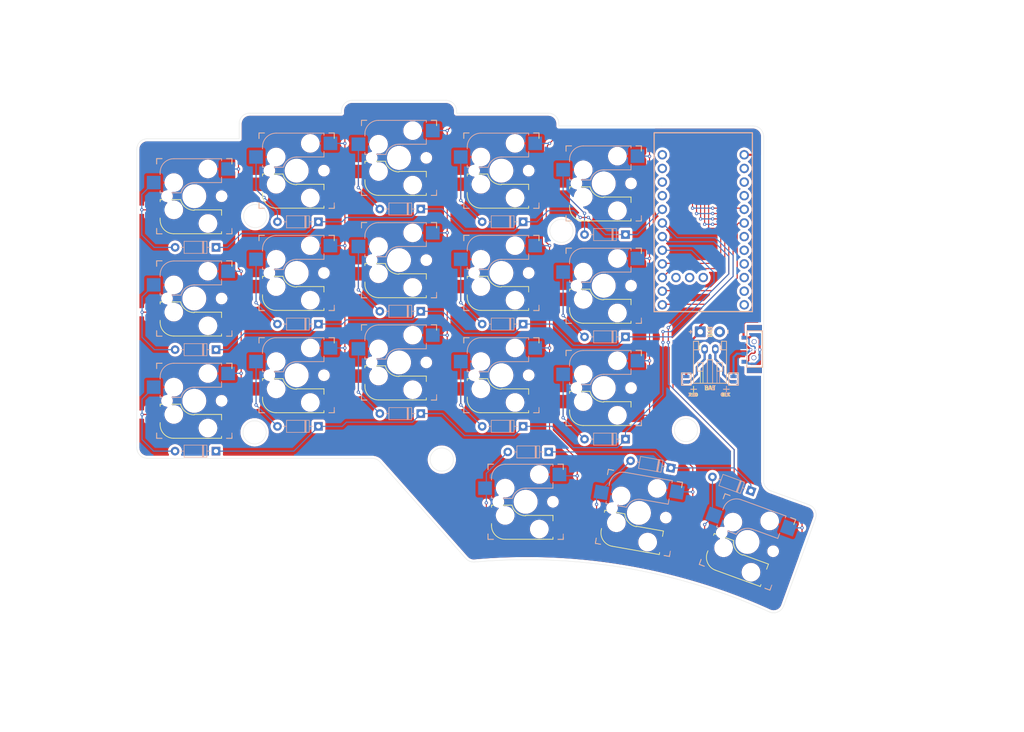
<source format=kicad_pcb>
(kicad_pcb (version 20240108) (generator "pcbnew") (generator_version "8.0")
  (layers (0 "F.Cu" signal) (31 "B.Cu" signal) (34 "B.Paste" user) (35 "F.Paste" user) (36 "B.SilkS" user "B.Silkscreen") (37 "F.SilkS" user "F.Silkscreen") (38 "B.Mask" user) (39 "F.Mask" user) (44 "Edge.Cuts" user))
  (net 0 "")
  (net 1 "Row 0")
  (net 2 "Row 1")
  (net 3 "Row 2")
  (net 4 "Row 3")
  (net 5 "Col 0")
  (net 6 "Col 1")
  (net 7 "Col 2")
  (net 8 "Col 3")
  (net 9 "Col 4")
  (net 24 "BAT+")
  (net 25 "Col 5")
  (net 26 "Net-(D1-A)")
  (net 27 "Net-(D2-A)")
  (net 28 "Net-(D3-A)")
  (net 29 "Net-(D4-A)")
  (net 30 "Net-(D5-A)")
  (net 31 "Net-(D6-A)")
  (net 32 "Net-(D7-A)")
  (net 33 "Net-(D8-A)")
  (net 34 "Net-(D9-A)")
  (net 35 "Net-(D10-A)")
  (net 36 "Net-(D11-A)")
  (net 37 "Net-(D12-A)")
  (net 38 "Net-(D13-A)")
  (net 39 "Net-(D14-A)")
  (net 40 "Net-(D15-A)")
  (net 41 "Net-(D17-A)")
  (net 42 "Net-(D18-A)")
  (net 45 "Net-(D16-A)")
  (net 46 "/PSW")
  (net 47 "GND")
  (net 48 "/PAD1")
  (net 49 "/PAD2")
  (footprint "ScottoKeebs_Hotswap:Kailh_socket_MX_reversible" (layer "F.Cu") (at 82.657288 66.246782)
    (property "Reference" "S1" (hide yes))
    (property "Value" "Keyswitch")
  )
  (footprint "ScottoKeebs_Hotswap:Kailh_socket_MX_reversible" (layer "F.Cu") (at 120.757288 97.203032)
    (property "Reference" "S13" (hide yes))
    (property "Value" "Keyswitch")
  )
  (footprint "ScottoKeebs_Hotswap:Kailh_socket_MX_reversible" (layer "F.Cu") (at 139.807288 61.484282)
    (property "Reference" "S4" (hide yes))
    (property "Value" "Keyswitch")
  )
  (footprint "ScottoKeebs_Hotswap:Kailh_socket_MX_reversible" (layer "F.Cu") (at 185.61176 130.633238 -20)
    (property "Reference" "S18" (hide yes))
    (property "Value" "Keyswitch")
  )
  (footprint "ScottoKeebs_Hotswap:Kailh_socket_MX_reversible" (layer "F.Cu") (at 158.857288 82.915532)
    (property "Reference" "S10" (hide yes))
    (property "Value" "Keyswitch")
  )
  (footprint "ScottoKeebs_MCU:Nice_Nano_V2" (layer "F.Cu") (at 177.382288 72.221782)
    (property "Reference" "U1" (hide yes))
    (property "Value" "Nice_Nano_V2" (hide yes))
  )
  (footprint "ScottoKeebs_Hotswap:Kailh_socket_MX_reversible" (layer "F.Cu") (at 82.657288 104.346782)
    (property "Reference" "S11" (hide yes))
    (property "Value" "Keyswitch")
  )
  (footprint "ScottoKeebs_Hotswap:Kailh_socket_MX_reversible" (layer "F.Cu") (at 101.707288 99.584282)
    (property "Reference" "S12" (hide yes))
    (property "Value" "Keyswitch")
  )
  (footprint "ScottoKeebs_Hotswap:Kailh_socket_MX_reversible" (layer "F.Cu") (at 101.707288 80.534282)
    (property "Reference" "S7" (hide yes))
    (property "Value" "Keyswitch")
  )
  (footprint "ScottoKeebs_Hotswap:Kailh_socket_MX_reversible" (layer "F.Cu") (at 139.807288 99.584282)
    (property "Reference" "S14" (hide yes))
    (property "Value" "Keyswitch")
  )
  (footprint "ScottoKeebs_Miscellaneous:Jumper" (layer "F.Cu") (at 183.011718 100.302542 90)
    (property "Reference" "JP2" (hide yes))
    (property "Value" "Device_Jumper_NO_Small" (hide yes))
  )
  (footprint "ScottoKeebs_Hotswap:Kailh_socket_MX_reversible" (layer "F.Cu") (at 120.757288 59.103032)
    (property "Reference" "S3" (hide yes))
    (property "Value" "Keyswitch")
  )
  (footprint "ScottoKeebs_Hotswap:Kailh_socket_MX_reversible" (layer "F.Cu") (at 120.757288 78.153032)
    (property "Reference" "S8" (hide yes))
    (property "Value" "Keyswitch")
  )
  (footprint "ScottoKeebs_Hotswap:Kailh_socket_MX_reversible" (layer "F.Cu") (at 101.707288 61.484282)
    (property "Reference" "S2" (hide yes))
    (property "Value" "Keyswitch")
  )
  (footprint "fp:MSK12C02_reversible" (layer "F.Cu") (at 188.201718 98.582922 180)
    (property "Reference" "PSW1" (hide yes))
    (property "Value" "SW_SPDT")
  )
  (footprint "ScottoKeebs_Hotswap:Kailh_socket_MX_reversible" (layer "F.Cu") (at 165.407569 125.219852 -10)
    (property "Reference" "S17" (hide yes))
    (property "Value" "Keyswitch")
  )
  (footprint "ScottoKeebs_Hotswap:Kailh_socket_MX_reversible" (layer "F.Cu") (at 82.657288 85.296782)
    (property "Reference" "S6" (hide yes))
    (property "Value" "Keyswitch")
  )
  (footprint "fp:JST_PH_reversible" (layer "F.Cu") (at 177.632288 94.721782)
    (property "Reference" "BT1" (hide yes))
    (property "Value" "JST Connector")
  )
  (footprint "ScottoKeebs_Miscellaneous:custombatteryconnector_small" (layer "F.Cu") (at 178.621718 91.492922)
    (property "Reference" "BT1" (hide yes))
    (property "Value" "Battery_Cell" (hide yes))
  )
  (footprint "ScottoKeebs_Hotswap:Kailh_socket_MX_reversible" (layer "F.Cu") (at 139.807288 80.534282)
    (property "Reference" "S9" (hide yes))
    (property "Value" "Keyswitch")
  )
  (footprint "ScottoKeebs_Hotswap:Kailh_socket_MX_reversible" (layer "F.Cu") (at 158.857288 63.865532)
    (property "Reference" "S5" (hide yes))
    (property "Value" "Keyswitch")
  )
  (footprint "ScottoKeebs_Miscellaneous:Jumper" (layer "F.Cu") (at 174.221718 100.312542 90)
    (property "Reference" "JP3" (hide yes))
    (property "Value" "Device_Jumper_NO_Small" (hide yes))
  )
  (footprint "ScottoKeebs_Hotswap:Kailh_socket_MX_reversible" (layer "F.Cu") (at 144.326038 123.153032)
    (property "Reference" "S16" (hide yes))
    (property "Value" "Keyswitch")
  )
  (footprint "ScottoKeebs_Hotswap:Kailh_socket_MX_reversible" (layer "F.Cu") (at 158.857288 101.965532)
    (property "Reference" "S15" (hide yes))
    (property "Value" "Keyswitch")
  )
  (footprint "ScottoKeebs_Components:Diode_DO-35" (layer "B.Cu") (at 143.855413 71.009282 180)
    (property "Reference" "D4" (hide yes))
    (property "Value" "Diode")
  )
  (footprint "ScottoKeebs_Components:Diode_DO-35" (layer "B.Cu") (at 124.805413 106.728032 180)
    (property "Reference" "D13" (hide yes))
    (property "Value" "Diode")
  )
  (footprint "ScottoKeebs_Components:Diode_DO-35" (layer "B.Cu") (at 162.905413 92.440532 180)
    (property "Reference" "D10" (hide yes))
    (property "Value" "Diode")
  )
  (footprint "ScottoKeebs_Components:Diode_DO-35" (layer "B.Cu") (at 105.755413 71.009282 180)
    (property "Reference" "D2" (hide yes))
    (property "Value" "Diode")
  )
  (footprint "ScottoKeebs_Components:Diode_DO-35" (layer "B.Cu") (at 186.250017 121.128003 160)
    (property "Reference" "D18" (hide yes))
    (property "Value" "Diode")
  )
  (footprint "ScottoKeebs_Components:Diode_DO-35" (layer "B.Cu") (at 86.692288 113.721782 180)
    (property "Reference" "D11" (hide yes))
    (property "Value" "Diode")
  )
  (footprint "ScottoKeebs_Components:Diode_DO-35" (layer "B.Cu") (at 86.705413 94.821782 180)
    (property "Reference" "D6" (hide yes))
    (property "Value" "Diode")
  )
  (footprint "ScottoKeebs_Components:Diode_DO-35" (layer "B.Cu") (at 124.805413 87.678032 180)
    (property "Reference" "D8" (hide yes))
    (property "Value" "Diode")
  )
  (footprint "ScottoKeebs_Components:Diode_DO-35" (layer "B.Cu") (at 162.905413 73.390532 180)
    (property "Reference" "D5" (hide yes))
    (property "Value" "Diode")
  )
  (footprint "ScottoKeebs_Miscellaneous:Jumper" (layer "B.Cu") (at 174.221718 100.312542 90)
    (property "Reference" "JP4" (hide yes))
    (property "Value" "Device_Jumper_NO_Small" (hide yes))
  )
  (footprint "ScottoKeebs_Components:Diode_DO-35" (layer "B.Cu") (at 171.358933 116.848395 170)
    (property "Reference" "D17" (hide yes))
    (property "Value" "Diode")
  )
  (footprint "ScottoKeebs_Components:Diode_DO-35" (layer "B.Cu") (at 86.705413 75.771782 180)
    (property "Reference" "D1" (hide yes))
    (property "Value" "Diode")
  )
  (footprint "ScottoKeebs_Components:Diode_DO-35" (layer "B.Cu") (at 105.755413 109.109282 180)
    (property "Reference" "D12" (hide yes))
    (property "Value" "Diode")
  )
  (footprint "ScottoKeebs_Components:Diode_DO-35" (layer "B.Cu") (at 148.622288 113.871782 180)
    (property "Reference" "D16" (hide yes))
    (property "Value" "Diode")
  )
  (footprint "ScottoKeebs_Miscellaneous:Jumper" (layer "B.Cu") (at 183.011718 100.302542 90)
    (property "Reference" "JP1" (hide yes))
    (property "Value" "Device_Jumper_NO_Small" (hide yes))
  )
  (footprint "ScottoKeebs_Components:Diode_DO-35" (layer "B.Cu") (at 143.855413 109.109282 180)
    (property "Reference" "D14" (hide yes))
    (property "Value" "Diode")
  )
  (footprint "ScottoKeebs_Components:Diode_DO-35" (layer "B.Cu") (at 143.855413 90.059282 180)
    (property "Reference" "D9" (hide yes))
    (property "Value" "Diode")
  )
  (footprint "ScottoKeebs_Components:Diode_DO-35" (layer "B.Cu") (at 162.905413 111.490532 180)
    (property "Reference" "D15" (hide yes))
    (property "Value" "Diode")
  )
  (footprint "ScottoKeebs_Components:Diode_DO-35" (layer "B.Cu") (at 105.755413 90.059282 180)
    (property "Reference" "D7" (hide yes))
    (property "Value" "Diode")
  )
  (footprint "ScottoKeebs_Components:Diode_DO-35" (layer "B.Cu") (at 124.805413 68.628032 180)
    (property "Reference" "D3" (hide yes))
    (property "Value" "Diode")
  )
  (gr_line (start 181.971718 91.187922) (end 181.971718 91.772922) (stroke (width 0.15)) (layer "B.SilkS"))
  (gr_line (start 181.683218 102.690922) (end 181.683218 101.621922) (stroke (width 0.15)) (layer "B.SilkS"))
  (gr_line (start 175.046718 91.197922) (end 175.046718 91.782922) (stroke (width 0.15)) (layer "B.SilkS"))
  (gr_line (start 176.123718 102.184922) (end 175.054718 102.184922) (stroke (width 0.15)) (layer "B.SilkS"))
  (gr_line (start 175.340218 91.491922) (end 174.755218 91.491922) (stroke (width 0.15)) (layer "B.SilkS"))
  (gr_line (start 182.206218 102.172922) (end 181.137218 102.172922) (stroke (width 0.15)) (layer "B.SilkS"))
  (gr_line (start 176.127718 102.191922) (end 175.058718 102.191922) (stroke (width 0.15)) (layer "F.SilkS"))
  (gr_line (start 175.046718 91.197922) (end 175.046718 91.782922) (stroke (width 0.15)) (layer "F.SilkS"))
  (gr_line (start 182.212218 102.172922) (end 181.143218 102.172922) (stroke (width 0.15)) (layer "F.SilkS"))
  (gr_line (start 175.581718 101.640922) (end 175.581718 102.709922) (stroke (width 0.15)) (layer "F.SilkS"))
  (gr_line (start 174.755218 91.488922) (end 175.340218 91.488922) (stroke (width 0.15)) (layer "F.SilkS"))
  (gr_line (start 181.971718 91.187922) (end 181.971718 91.772922) (stroke (width 0.15)) (layer "F.SilkS"))
  (gr_arc (start 90.991663 52.768657) (mid 91.577445 51.354444) (end 92.991663 50.768657) (stroke (width 0.05)) (layer "Edge.Cuts"))
  (gr_arc (start 115.746003 115.07142) (mid 116.565735 115.247493) (end 117.241272 115.744107) (stroke (width 0.05)) (layer "Edge.Cuts"))
  (gr_circle (center 174.162288 109.801782) (end 176.312288 109.801782) (stroke (width 0.05)) (fill none) (layer "Edge.Cuts"))
  (gr_arc (start 129.472913 48.387407) (mid 130.887114 48.973191) (end 131.472913 50.387407) (stroke (width 0.05)) (layer "Edge.Cuts"))
  (gr_line (start 73.941663 55.531157) (end 90.991663 55.531157) (stroke (width 0.05)) (layer "Edge.Cuts"))
  (gr_line (start 188.622913 55.149907) (end 188.622913 119.236314) (stroke (width 0.05)) (layer "Edge.Cuts"))
  (gr_arc (start 186.622913 53.149907) (mid 188.037114 53.735691) (end 188.622913 55.149907) (stroke (width 0.05)) (layer "Edge.Cuts"))
  (gr_line (start 112.041663 48.387407) (end 129.472913 48.387407) (stroke (width 0.05)) (layer "Edge.Cuts"))
  (gr_line (start 197.060772 123.707858) (end 189.938873 121.115699) (stroke (width 0.05)) (layer "Edge.Cuts"))
  (gr_line (start 93.372913 115.062407) (end 115.746003 115.07142) (stroke (width 0.05)) (layer "Edge.Cuts"))
  (gr_line (start 92.991663 50.768657) (end 110.041663 50.768657) (stroke (width 0.05)) (layer "Edge.Cuts"))
  (gr_line (start 150.522913 52.768657) (end 150.522913 53.149907) (stroke (width 0.05)) (layer "Edge.Cuts"))
  (gr_line (start 71.941663 113.062407) (end 71.941663 57.531157) (stroke (width 0.05)) (layer "Edge.Cuts"))
  (gr_circle (center 93.997288 69.954282) (end 93.997288 67.804282) (stroke (width 0.05)) (fill none) (layer "Edge.Cuts"))
  (gr_arc (start 189.938873 121.115699) (mid 188.984633 120.383451) (end 188.622913 119.236314) (stroke (width 0.05)) (layer "Edge.Cuts"))
  (gr_line (start 90.991663 55.531157) (end 90.991663 52.768657) (stroke (width 0.05)) (layer "Edge.Cuts"))
  (gr_line (start 110.041663 50.768657) (end 110.041663 50.387407) (stroke (width 0.05)) (layer "Edge.Cuts"))
  (gr_line (start 131.472913 50.387407) (end 131.472913 50.768657) (stroke (width 0.05)) (layer "Edge.Cuts"))
  (gr_arc (start 192.358967 142.525901) (mid 191.247778 143.688091) (end 189.640189 143.656624) (stroke (width 0.05)) (layer "Edge.Cuts"))
  (gr_circle (center 93.882288 110.221782) (end 96.032288 110.221782) (stroke (width 0.05)) (fill none) (layer "Edge.Cuts"))
  (gr_line (start 73.941663 115.062407) (end 93.372913 115.062407) (stroke (width 0.05)) (layer "Edge.Cuts"))
  (gr_circle (center 150.997288 72.704282) (end 153.147288 72.704282) (stroke (width 0.05)) (fill none) (layer "Edge.Cuts"))
  (gr_line (start 150.522913 53.149907) (end 169.572913 53.149907) (stroke (width 0.05)) (layer "Edge.Cuts"))
  (gr_arc (start 73.941663 115.062407) (mid 72.527451 114.476619) (end 71.941663 113.062407) (stroke (width 0.05)) (layer "Edge.Cuts"))
  (gr_line (start 131.472913 50.768657) (end 148.522913 50.768657) (stroke (width 0.05)) (layer "Edge.Cuts"))
  (gr_arc (start 148.522913 50.768657) (mid 149.937132 51.354438) (end 150.522913 52.768657) (stroke (width 0.05)) (layer "Edge.Cuts"))
  (gr_arc (start 134.856859 134.381753) (mid 133.942713 134.247503) (end 133.186473 133.716677) (stroke (width 0.05)) (layer "Edge.Cuts"))
  (gr_arc (start 163.634399 135.61681) (mid 176.888644 138.823957) (end 189.641208 143.654369) (stroke (width 0.05)) (layer "Edge.Cuts"))
  (gr_arc (start 71.941663 57.531157) (mid 72.527465 56.116958) (end 73.941663 55.531157) (stroke (width 0.05)) (layer "Edge.Cuts"))
  (gr_arc (start 197.060772 123.707858) (mid 198.205764 124.739643) (end 198.276982 126.279292) (stroke (width 0.05)) (layer "Edge.Cuts"))
  (gr_line (start 117.241272 115.744107) (end 133.186473 133.716677) (stroke (width 0.05)) (layer "Edge.Cuts"))
  (gr_arc (start 110.041663 50.387407) (mid 110.627441 48.973184) (end 112.041663 48.387407) (stroke (width 0.05)) (layer "Edge.Cuts"))
  (gr_line (start 192.358967 142.525901) (end 198.276982 126.279292) (stroke (width 0.05)) (layer "Edge.Cuts"))
  (gr_line (start 169.572913 53.149907) (end 186.622913 53.149907) (stroke (width 0.05)) (layer "Edge.Cuts"))
  (gr_circle (center 128.722288 115.301782) (end 130.872288 115.301782) (stroke (width 0.05)) (fill none) (layer "Edge.Cuts"))
  (gr_arc (start 134.856306 134.375545) (mid 149.286363 134.04536) (end 163.634399 135.61681) (stroke (width 0.05)) (layer "Edge.Cuts"))
  (gr_text "RED" (at 182.421718 103.212922 0) (layer "B.SilkS") (effects (font (size 0.6 0.6)) (justify left mirror)))
  (gr_text "BAT\n" (at 178.621718 101.962922 0) (layer "B.SilkS") (effects (font (size 0.8 0.8)) (justify mirror)))
  (gr_text "BLK" (at 176.331718 103.232922 0) (layer "B.SilkS") (effects (font (size 0.6 0.6)) (justify left mirror)))
  (gr_text "BAT\n" (at 178.671718 91.512922 90) (layer "B.SilkS") (effects (font (size 0.8 0.8)) (justify mirror)))
  (gr_text "RED" (at 174.581718 103.232922 0) (layer "F.SilkS") (effects (font (size 0.6 0.6)) (justify left)))
  (gr_text "BAT" (at 178.671718 91.512922 90) (layer "F.SilkS") (effects (font (size 0.8 0.8))))
  (gr_text "BAT" (at 178.621718 101.962922 0) (layer "F.SilkS") (effects (font (size 0.8 0.8))))
  (gr_text "BLK" (at 180.671718 103.212922 0) (layer "F.SilkS") (effects (font (size 0.6 0.6)) (justify left)))
  (segment (start 186.321718 95.493302) (end 185.831718 95.983302) (width 0.254) (layer "F.Cu") (net 0))
  (segment (start 187.021718 94.832922) (end 187.021718 95.343302) (width 0.254) (layer "F.Cu") (net 0))
  (segment (start 186.871718 95.493302) (end 186.321718 95.493302) (width 0.254) (layer "F.Cu") (net 0))
  (segment (start 185.831718 96.863302) (end 185.626718 97.068302) (width 0.254) (layer "F.Cu") (net 0))
  (segment (start 187.021718 95.343302) (end 186.871718 95.493302) (width 0.254) (layer "F.Cu") (net 0))
  (segment (start 185.831718 95.983302) (end 185.831718 96.863302) (width 0.254) (layer "F.Cu") (net 0))
  (segment (start 185.626718 97.068302) (end 184.884218 97.068302) (width 0.254) (layer "F.Cu") (net 0))
  (via (at 187.021718 94.832922) (size 0.4) (drill 0.3) (layers "F.Cu" "B.Cu") (net 0))
  (segment (start 187.021718 94.832922) (end 187.021718 94.363302) (width 0.254) (layer "B.Cu") (net 0))
  (segment (start 185.566718 92.568302) (end 185.016338 92.568302) (width 0.254) (layer "B.Cu") (net 0))
  (segment (start 185.891718 93.743302) (end 185.891718 92.893302) (width 0.254) (layer "B.Cu") (net 0))
  (segment (start 187.021718 94.363302) (end 186.831718 94.173302) (width 0.254) (layer "B.Cu") (net 0))
  (segment (start 186.831718 94.173302) (end 186.321718 94.173302) (width 0.254) (layer "B.Cu") (net 0))
  (segment (start 186.321718 94.173302) (end 185.891718 93.743302) (width 0.254) (layer "B.Cu") (net 0))
  (segment (start 185.891718 92.893302) (end 185.566718 92.568302) (width 0.254) (layer "B.Cu") (net 0))
  (segment (start 154.497288 70.204282) (end 155.997288 70.204282) (width 0.2) (layer "F.Cu") (net 1))
  (via (at 155.997288 70.204282) (size 0.6) (drill 0.3) (layers "F.Cu" "B.Cu") (net 1))
  (via (at 154.497288 70.204282) (size 0.6) (drill 0.3) (layers "F.Cu" "B.Cu") (net 1))
  (segment (start 162.905413 73.390532) (end 165.063538 73.390532) (width 0.2) (layer "B.Cu") (net 1))
  (segment (start 86.705413 75.771782) (end 88.832288 75.771782) (width 0.2) (layer "B.Cu") (net 1))
  (segment (start 148.474788 68.954282) (end 153.247288 68.954282) (width 0.2) (layer "B.Cu") (net 1))
  (segment (start 110.919788 70.221782) (end 123.211663 70.221782) (width 0.2) (layer "B.Cu") (net 1))
  (segment (start 165.063538 73.390532) (end 169.762288 68.691782) (width 0.2) (layer "B.Cu") (net 1))
  (segment (start 88.832288 75.771782) (end 91.382288 73.221782) (width 0.2) (layer "B.Cu") (net 1))
  (segment (start 153.247288 68.954282) (end 154.497288 70.204282) (width 0.2) (layer "B.Cu") (net 1))
  (segment (start 123.211663 70.221782) (end 124.805413 68.628032) (width 0.2) (layer "B.Cu") (net 1))
  (segment (start 155.997288 70.204282) (end 159.183538 73.390532) (width 0.2) (layer "B.Cu") (net 1))
  (segment (start 143.855413 71.009282) (end 146.419788 71.009282) (width 0.2) (layer "B.Cu") (net 1))
  (segment (start 91.382288 73.221782) (end 103.542913 73.221782) (width 0.2) (layer "B.Cu") (net 1))
  (segment (start 142.142913 72.721782) (end 143.855413 71.009282) (width 0.2) (layer "B.Cu") (net 1))
  (segment (start 105.755413 71.009282) (end 110.132288 71.009282) (width 0.2) (layer "B.Cu") (net 1))
  (segment (start 132.882288 72.721782) (end 142.142913 72.721782) (width 0.2) (layer "B.Cu") (net 1))
  (segment (start 110.132288 71.009282) (end 110.919788 70.221782) (width 0.2) (layer "B.Cu") (net 1))
  (segment (start 124.805413 68.628032) (end 128.788538 68.628032) (width 0.2) (layer "B.Cu") (net 1))
  (segment (start 103.542913 73.221782) (end 105.755413 71.009282) (width 0.2) (layer "B.Cu") (net 1))
  (segment (start 128.788538 68.628032) (end 132.882288 72.721782) (width 0.2) (layer "B.Cu") (net 1))
  (segment (start 146.419788 71.009282) (end 148.474788 68.954282) (width 0.2) (layer "B.Cu") (net 1))
  (segment (start 159.183538 73.390532) (end 162.905413 73.390532) (width 0.2) (layer "B.Cu") (net 1))
  (segment (start 172.502288 73.971782) (end 169.762288 71.231782) (width 0.2) (layer "B.Cu") (net 2))
  (segment (start 88.890413 94.821782) (end 91.940413 91.771782) (width 0.2) (layer "B.Cu") (net 2))
  (segment (start 86.763538 94.821782) (end 88.890413 94.821782) (width 0.2) (layer "B.Cu") (net 2))
  (segment (start 123.269788 89.271782) (end 124.863538 87.678032) (width 0.2) (layer "B.Cu") (net 2))
  (segment (start 179.632288 73.971782) (end 172.502288 73.971782) (width 0.2) (layer "B.Cu") (net 2))
  (segment (start 153.190413 94.021782) (end 161.382288 94.021782) (width 0.2) (layer "B.Cu") (net 2))
  (segment (start 132.940413 91.771782) (end 142.201038 91.771782) (width 0.2) (layer "B.Cu") (net 2))
  (segment (start 91.940413 91.771782) (end 104.101038 91.771782) (width 0.2) (layer "B.Cu") (net 2))
  (segment (start 110.190413 90.059282) (end 110.977913 89.271782) (width 0.2) (layer "B.Cu") (net 2))
  (segment (start 162.905413 92.440532) (end 171.663538 92.440532) (width 0.2) (layer "B.Cu") (net 2))
  (segment (start 104.101038 91.771782) (end 105.813538 90.059282) (width 0.2) (layer "B.Cu") (net 2))
  (segment (start 142.201038 91.771782) (end 143.913538 90.059282) (width 0.2) (layer "B.Cu") (net 2))
  (segment (start 124.863538 87.678032) (end 128.846663 87.678032) (width 0.2) (layer "B.Cu") (net 2))
  (segment (start 182.932288 81.171782) (end 182.932288 77.271782) (width 0.2) (layer "B.Cu") (net 2))
  (segment (start 182.932288 77.271782) (end 179.632288 73.971782) (width 0.2) (layer "B.Cu") (net 2))
  (segment (start 128.846663 87.678032) (end 132.940413 91.771782) (width 0.2) (layer "B.Cu") (net 2))
  (segment (start 105.813538 90.059282) (end 110.190413 90.059282) (width 0.2) (layer "B.Cu") (net 2))
  (segment (start 110.977913 89.271782) (end 123.269788 89.271782) (width 0.2) (layer "B.Cu") (net 2))
  (segment (start 149.227913 90.059282) (end 153.190413 94.021782) (width 0.2) (layer "B.Cu") (net 2))
  (segment (start 171.663538 92.440532) (end 182.932288 81.171782) (width 0.2) (layer "B.Cu") (net 2))
  (segment (start 143.913538 90.059282) (end 149.227913 90.059282) (width 0.2) (layer "B.Cu") (net 2))
  (segment (start 161.382288 94.021782) (end 162.963538 92.440532) (width 0.2) (layer "B.Cu") (net 2))
  (segment (start 169.882288 93.471782) (end 169.882288 91.471782) (width 0.2) (layer "F.Cu") (net 3))
  (via (at 169.882288 93.471782) (size 0.6) (drill 0.3) (layers "F.Cu" "B.Cu") (net 3))
  (via (at 169.882288 91.471782) (size 0.6) (drill 0.3) (layers "F.Cu" "B.Cu") (net 3))
  (segment (start 153.18635 113.071782) (end 161.378225 113.071782) (width 0.2) (layer "B.Cu") (net 3))
  (segment (start 162.905413 111.490532) (end 162.905413 110.198657) (width 0.2) (layer "B.Cu") (net 3))
  (segment (start 169.882288 91.471782) (end 171.382288 91.471782) (width 0.2) (layer "B.Cu") (net 3))
  (segment (start 142.196975 110.821782) (end 143.909475 109.109282) (width 0.2) (layer "B.Cu") (net 3))
  (segment (start 110.18635 109.109282) (end 110.97385 108.321782) (width 0.2) (layer "B.Cu") (net 3))
  (segment (start 124.859475 106.728032) (end 128.8426 106.728032) (width 0.2) (layer "B.Cu") (net 3))
  (segment (start 128.8426 106.728032) (end 132.93635 110.821782) (width 0.2) (layer "B.Cu") (net 3))
  (segment (start 179.382288 74.721782) (end 170.712288 74.721782) (width 0.2) (layer "B.Cu") (net 3))
  (segment (start 132.93635 110.821782) (end 142.196975 110.821782) (width 0.2) (layer "B.Cu") (net 3))
  (segment (start 143.909475 109.109282) (end 149.22385 109.109282) (width 0.2) (layer "B.Cu") (net 3))
  (segment (start 101.196975 113.721782) (end 105.809475 109.109282) (width 0.2) (layer "B.Cu") (net 3))
  (segment (start 162.905413 110.198657) (end 169.882288 103.221782) (width 0.2) (layer "B.Cu") (net 3))
  (segment (start 182.132288 80.721782) (end 182.132288 77.471782) (width 0.2) (layer "B.Cu") (net 3))
  (segment (start 86.909475 113.721782) (end 101.196975 113.721782) (width 0.2) (layer "B.Cu") (net 3))
  (segment (start 105.809475 109.109282) (end 110.18635 109.109282) (width 0.2) (layer "B.Cu") (net 3))
  (segment (start 169.882288 103.221782) (end 169.882288 93.471782) (width 0.2) (layer "B.Cu") (net 3))
  (segment (start 149.22385 109.109282) (end 153.18635 113.071782) (width 0.2) (layer "B.Cu") (net 3))
  (segment (start 123.265725 108.321782) (end 124.859475 106.728032) (width 0.2) (layer "B.Cu") (net 3))
  (segment (start 110.97385 108.321782) (end 123.265725 108.321782) (width 0.2) (layer "B.Cu") (net 3))
  (segment (start 86.759475 113.871782) (end 86.909475 113.721782) (width 0.2) (layer "B.Cu") (net 3))
  (segment (start 182.132288 77.471782) (end 179.382288 74.721782) (width 0.2) (layer "B.Cu") (net 3))
  (segment (start 170.712288 74.721782) (end 169.762288 73.771782) (width 0.2) (layer "B.Cu") (net 3))
  (segment (start 161.378225 113.071782) (end 162.959475 111.490532) (width 0.2) (layer "B.Cu") (net 3))
  (segment (start 171.382288 91.471782) (end 182.132288 80.721782) (width 0.2) (layer "B.Cu") (net 3))
  (segment (start 170.882288 93.471782) (end 170.882288 90.721782) (width 0.2) (layer "F.Cu") (net 4))
  (via (at 170.882288 90.721782) (size 0.6) (drill 0.3) (layers "F.Cu" "B.Cu") (net 4))
  (via (at 170.882288 93.471782) (size 0.6) (drill 0.3) (layers "F.Cu" "B.Cu") (net 4))
  (segment (start 171.358933 116.848395) (end 183.132288 116.848395) (width 0.2) (layer "B.Cu") (net 4))
  (segment (start 174.382288 87.221782) (end 179.382288 82.221782) (width 0.2) (layer "B.Cu") (net 4))
  (segment (start 175.222288 76.311782) (end 169.762288 76.311782) (width 0.2) (layer "B.Cu") (net 4))
  (segment (start 170.888538 101.228032) (end 170.888538 93.478032) (width 0.2) (layer "B.Cu") (net 4))
  (segment (start 168.382252 113.871714) (end 171.358933 116.848395) (width 0.2) (layer "B.Cu") (net 4))
  (segment (start 148.617913 113.871714) (end 168.382252 113.871714) (width 0.2) (layer "B.Cu") (net 4))
  (segment (start 186.250017 119.966124) (end 186.250017 121.128003) (width 0.2) (layer "B.Cu") (net 4))
  (segment (start 179.382288 82.221782) (end 179.382288 80.471782) (width 0.2) (layer "B.Cu") (net 4))
  (segment (start 179.382288 80.471782) (end 175.222288 76.311782) (width 0.2) (layer "B.Cu") (net 4))
  (segment (start 170.882288 90.721782) (end 174.382288 87.221782) (width 0.2) (layer "B.Cu") (net 4))
  (segment (start 183.132288 113.471782) (end 170.888538 101.228032) (width 0.2) (layer "B.Cu") (net 4))
  (segment (start 183.132288 116.848395) (end 186.250017 119.966124) (width 0.2) (layer "B.Cu") (net 4))
  (segment (start 183.132288 116.848395) (end 183.132288 113.471782) (width 0.2) (layer "B.Cu") (net 4))
  (segment (start 170.888538 93.478032) (end 170.882288 93.471782) (width 0.2) (layer "B.Cu") (net 4))
  (segment (start 88.947288 71.326782) (end 88.952288 71.331782) (width 0.2) (layer "F.Cu") (net 5))
  (segment (start 180.632288 72.721782) (end 180.632288 77.971782) (width 0.2) (layer "F.Cu") (net 5))
  (segment (start 167.882288 54.221782) (end 168.632288 54.971782) (width 0.2) (layer "F.Cu") (net 5))
  (segment (start 128.632288 50.721782) (end 130.382288 52.471782) (width 0.2) (layer "F.Cu") (net 5))
  (segment (start 91.382288 90.376782) (end 91.132288 90.376782) (width 0.2) (layer "F.Cu") (net 5))
  (segment (start 88.952288 71.331782) (end 90.882288 71.331782) (width 0.2) (layer "F.Cu") (net 5))
  (segment (start 90.882288 61.181782) (end 90.882288 57.471782) (width 0.2) (layer "F.Cu") (net 5))
  (segment (start 110.132288 53.471782) (end 112.882288 50.721782) (width 0.2) (layer "F.Cu") (net 5))
  (segment (start 147.882288 52.471782) (end 149.632288 54.221782) (width 0.2) (layer "F.Cu") (net 5))
  (segment (start 94.882288 53.471782) (end 110.132288 53.471782) (width 0.2) (layer "F.Cu") (net 5))
  (segment (start 178.382288 60.221782) (end 178.382288 72.221782) (width 0.2) (layer "F.Cu") (net 5))
  (segment (start 130.382288 52.471782) (end 147.882288 52.471782) (width 0.2) (layer "F.Cu") (net 5))
  (segment (start 90.882288 79.716782) (end 90.882288 71.331782) (width 0.2) (layer "F.Cu") (net 5))
  (segment (start 180.632288 77.971782) (end 179.853538 78.750532) (width 0.2) (layer "F.Cu") (net 5))
  (segment (start 112.882288 50.721782) (end 128.632288 50.721782) (width 0.2) (layer "F.Cu") (net 5))
  (segment (start 173.132288 54.971782) (end 178.382288 60.221782) (width 0.2) (layer "F.Cu") (net 5))
  (segment (start 91.382288 80.216782) (end 91.382288 90.376782) (width 0.2) (layer "F.Cu") (net 5))
  (segment (start 91.382288 106.991782) (end 88.947288 109.426782) (width 0.2) (layer "F.Cu") (net 5))
  (segment (start 91.382288 80.216782) (end 90.882288 79.716782) (width 0.2) (layer "F.Cu") (net 5))
  (segment (start 91.132288 90.376782) (end 88.947288 90.376782) (width 0.2) (layer "F.Cu") (net 5))
  (segment (start 91.382288 99.221782) (end 91.382288 90.376782) (width 0.2) (layer "F.Cu") (net 5))
  (segment (start 179.853538 78.750532) (end 169.912288 78.750532) (width 0.2) (layer "F.Cu") (net 5))
  (segment (start 149.632288 54.221782) (end 167.882288 54.221782) (width 0.2) (layer "F.Cu") (net 5))
  (segment (start 90.882288 57.471782) (end 94.882288 53.471782) (width 0.2) (layer "F.Cu") (net 5))
  (segment (start 90.882288 61.181782) (end 90.882288 71.331782) (width 0.2) (layer "F.Cu") (net 5))
  (segment (start 180.132288 72.221782) (end 180.632288 72.721782) (width 0.2) (layer "F.Cu") (net 5))
  (segment (start 178.382288 72.221782) (end 180.132288 72.221782) (width 0.2) (layer "F.Cu") (net 5))
  (segment (start 91.382288 99.221782) (end 91.382288 106.991782) (width 0.2) (layer "F.Cu") (net 5))
  (segment (start 168.632288 54.971782) (end 173.132288 54.971782) (width 0.2) (layer "F.Cu") (net 5))
  (via (at 91.382288 80.216782) (size 0.6) (drill 0.3) (layers "F.Cu" "B.Cu") (net 5))
  (via (at 90.882288 61.181782) (size 0.6) (drill 0.3) (layers "F.Cu" "B.Cu") (net 5))
  (via (at 91.382288 99.221782) (size 0.6) (drill 0.3) (layers "F.Cu" "B.Cu") (net 5))
  (segment (start 88.992288 99.221782) (end 88.947288 99.266782) (width 0.2) (layer "B.Cu") (net 5))
  (segment (start 88.962288 61.181782) (end 88.947288 61.166782) (width 0.2) (layer "B.Cu") (net 5))
  (segment (start 91.382288 99.221782) (end 88.992288 99.221782) (width 0.2) (layer "B.Cu") (net 5))
  (segment (start 91.382288 80.216782) (end 88.947288 80.216782) (width 0.2) (layer "B.Cu") (net 5))
  (segment (start 90.882288 61.181782) (end 88.962288 61.181782) (width 0.2) (layer "B.Cu") (net 5))
  (segment (start 110.682288 56.409282) (end 110.682288 66.569282) (width 0.2) (layer "F.Cu") (net 6))
  (segment (start 110.682288 101.979282) (end 107.997288 104.664282) (width 0.2) (layer "F.Cu") (net 6))
  (segment (start 110.657288 85.614282) (end 110.682288 85.589282) (width 0.2) (layer "F.Cu") (net 6))
  (segment (start 110.682288 85.589282) (end 110.682288 94.519282) (width 0.2) (layer "F.Cu") (net 6))
  (segment (start 107.997288 66.564282) (end 110.677288 66.564282) (width 0.2) (layer "F.Cu") (net 6))
  (segment (start 168.382288 55.471782) (end 167.632288 54.721782) (width 0.2) (layer "F.Cu") (net 6))
  (segment (start 130.132288 52.971782) (end 128.382288 51.221782) (width 0.2) (layer "F.Cu") (net 6))
  (segment (start 180.132288 79.721782) (end 171.481038 79.721782) (width 0.2) (layer "F.Cu") (net 6))
  (segment (start 147.632288 52.971782) (end 130.132288 52.971782) (width 0.2) (layer "F.Cu") (net 6))
  (segment (start 107.997288 85.614282) (end 110.657288 85.614282) (width 0.2) (layer "F.Cu") (net 6))
  (segment (start 180.480817 71.471782) (end 181.382288 72.373253) (width 0.2) (layer "F.Cu") (net 6))
  (segment (start 128.382288 51.221782) (end 113.132288 51.221782) (width 0.2) (layer "F.Cu") (net 6))
  (segment (start 167.632288 54.721782) (end 149.382288 54.721782) (width 0.2) (layer "F.Cu") (net 6))
  (segment (start 177.632288 71.471782) (end 177.632288 60.471782) (width 0.2) (layer "F.Cu") (net 6))
  (segment (start 110.682288 66.569282) (end 110.682288 75.449282) (width 0.2) (layer "F.Cu") (net 6))
  (segment (start 179.132288 71.471782) (end 180.480817 71.471782) (width 0.2) (layer "F.Cu") (net 6))
  (segment (start 171.481038 79.721782) (end 169.912288 81.290532) (width 0.2) (layer "F.Cu") (net 6))
  (segment (start 110.677288 66.564282) (end 110.682288 66.569282) (width 0.2) (layer "F.Cu") (net 6))
  (segment (start 110.682288 75.449282) (end 110.682288 85.589282) (width 0.2) (layer "F.Cu") (net 6))
  (segment (start 110.682288 94.519282) (end 110.682288 101.979282) (width 0.2) (layer "F.Cu") (net 6))
  (segment (start 149.382288 54.721782) (end 147.632288 52.971782) (width 0.2) (layer "F.Cu") (net 6))
  (segment (start 110.682288 53.671782) (end 110.682288 56.409282) (width 0.2) (layer "F.Cu") (net 6))
  (segment (start 180.132288 79.721782) (end 181.382288 78.471782) (width 0.2) (layer "F.Cu") (net 6))
  (segment (start 181.382288 72.373253) (end 181.382288 78.471782) (width 0.2) (layer "F.Cu") (net 6))
  (segment (start 177.632288 60.471782) (end 172.632288 55.471782) (width 0.2) (layer "F.Cu") (net 6))
  (segment (start 172.632288 55.471782) (end 168.382288 55.471782) (width 0.2) (layer "F.Cu") (net 6))
  (segment (start 113.132288 51.221782) (end 110.682288 53.671782) (width 0.2) (layer "F.Cu") (net 6))
  (via (at 110.682288 56.409282) (size 0.6) (drill 0.3) (layers "F.Cu" "B.Cu") (net 6))
  (via (at 110.682288 75.449282) (size 0.6) (drill 0.3) (layers "F.Cu" "B.Cu") (net 6))
  (via (at 110.682288 94.519282) (size 0.6) (drill 0.3) (layers "F.Cu" "B.Cu") (net 6))
  (via (at 179.132288 71.471782) (size 0.6) (drill 0.3) (layers "F.Cu" "B.Cu") (net 6))
  (via (at 177.632288 71.471782) (size 0.6) (drill 0.3) (layers "F.Cu" "B.Cu") (net 6))
  (segment (start 110.677288 75.454282) (end 110.682288 75.449282) (width 0.2) (layer "B.Cu") (net 6))
  (segment (start 107.997288 56.404282) (end 110.677288 56.404282) (width 0.2) (layer "B.Cu") (net 6))
  (segment (start 107.997288 94.504282) (end 110.667288 94.504282) (width 0.2) (layer "B.Cu") (net 6))
  (segment (start 108.199788 56.404282) (end 107.997288 56.404282) (width 0.2) (layer "B.Cu") (net 6))
  (segment (start 110.667288 94.504282) (end 110.682288 94.519282) (width 0.2) (layer "B.Cu") (net 6))
  (segment (start 107.997288 75.454282) (end 110.677288 75.454282) (width 0.2) (layer "B.Cu") (net 6))
  (segment (start 110.677288 56.404282) (end 110.682288 56.409282) (width 0.2) (layer "B.Cu") (net 6))
  (segment (start 179.132288 71.471782) (end 177.632288 71.471782) (width 0.2) (layer "B.Cu") (net 6))
  (segment (start 129.732288 73.065532) (end 129.732288 83.205532) (width 0.2) (layer "F.Cu") (net 7))
  (segment (start 129.732288 83.205532) (end 129.732288 92.135532) (width 0.2) (layer "F.Cu") (net 7))
  (segment (start 129.732288 64.185532) (end 129.732288 73.065532) (width 0.2) (layer "F.Cu") (net 7))
  (segment (start 180.730817 70.471782) (end 182.132288 71.873253) (width 0.2) (layer "F.Cu") (net 7))
  (segment (start 147.382288 53.471782) (end 130.286038 53.471782) (width 0.2) (layer "F.Cu") (net 7))
  (segment (start 127.047288 83.230532) (end 129.707288 83.230532) (width 0.2) (layer "F.Cu") (net 7))
  (segment (start 130.286038 53.471782) (end 129.732288 54.025532) (width 0.2) (layer "F.Cu") (net 7))
  (segment (start 172.132288 55.971782) (end 168.132288 55.971782) (width 0.2) (layer "F.Cu") (net 7))
  (segment (start 179.132288 70.471782) (end 180.730817 70.471782) (width 0.2) (layer "F.Cu") (net 7))
  (segment (start 179.023538 83.830532) (end 169.912288 83.830532) (width 0.2) (layer "F.Cu") (net 7))
  (segment (start 168.132288 55.971782) (end 167.382288 55.221782) (width 0.2) (layer "F.Cu") (net 7))
  (segment (start 127.047288 64.180532) (end 129.727288 64.180532) (width 0.2) (layer "F.Cu") (net 7))
  (segment (start 182.132288 71.873253) (end 182.132288 80.721782) (width 0.2) (layer "F.Cu") (net 7))
  (segment (start 167.382288 55.221782) (end 149.132288 55.221782) (width 0.2) (layer "F.Cu") (net 7))
  (segment (start 182.132288 80.721782) (end 179.023538 83.830532) (width 0.2) (layer "F.Cu") (net 7))
  (segment (start 149.132288 55.221782) (end 147.382288 53.471782) (width 0.2) (layer "F.Cu") (net 7))
  (segment (start 129.732288 99.595532) (end 127.047288 102.280532) (width 0.2) (layer "F.Cu") (net 7))
  (segment (start 176.882288 60.721782) (end 172.132288 55.971782) (width 0.2) (layer "F.Cu") (net 7))
  (segment (start 176.882288 70.471782) (end 176.882288 60.721782) (width 0.2) (layer "F.Cu") (net 7))
  (segment (start 129.732288 92.135532) (end 129.732288 99.595532) (width 0.2) (layer "F.Cu") (net 7))
  (segment (start 129.727288 64.180532) (end 129.732288 64.185532) (width 0.2) (layer "F.Cu") (net 7))
  (segment (start 129.707288 83.230532) (end 129.732288 83.205532) (width 0.2) (layer "F.Cu") (net 7))
  (segment (start 129.732288 54.025532) (end 129.732288 64.185532) (width 0.2) (layer "F.Cu") (net 7))
  (via (at 129.732288 73.065532) (size 0.6) (drill 0.3) (layers "F.Cu" "B.Cu") (net 7))
  (via (at 129.732288 54.025532) (size 0.6) (drill 0.3) (layers "F.Cu" "B.Cu") (net 7))
  (via (at 176.882288 70.471782) (size 0.6) (drill 0.3) (layers "F.Cu" "B.Cu") (net 7))
  (via (at 129.732288 92.135532) (size 0.6) (drill 0.3) (layers "F.Cu" "B.Cu") (net 7))
  (via (at 179.132288 70.471782) (size 0.6) (drill 0.3) (layers "F.Cu" "B.Cu") (net 7))
  (segment (start 127.249788 54.020532) (end 127.047288 54.020532) (width 0.2) (layer "B.Cu") (net 7))
  (segment (start 129.717288 92.120532) (end 129.732288 92.135532) (width 0.2) (layer "B.Cu") (net 7))
  (segment (start 129.727288 54.020532) (end 129.732288 54.025532) (width 0.2) (layer "B.Cu") (net 7))
  (segment (start 127.047288 73.070532) (end 129.727288 73.070532) (width 0.2) (layer "B.Cu") (net 7))
  (segment (start 127.047288 92.120532) (end 129.717288 92.120532) (width 0.2) (layer "B.Cu") (net 7))
  (segment (start 176.882288 70.471782) (end 179.132288 70.471782) (width 0.2) (layer "B.Cu") (net 7))
  (segment (start 127.047288 54.020532) (end 129.727288 54.020532) (width 0.2) (layer "B.Cu") (net 7))
  (segment (start 129.727288 73.070532) (end 129.732288 73.065532) (width 0.2) (layer "B.Cu") (net 7))
  (segment (start 148.157288 74.828032) (end 148.157288 66.788032) (width 0.2) (layer "F.Cu") (net 8))
  (segment (start 176.132288 69.471782) (end 176.127288 69.466782) (width 0.2) (layer "F.Cu") (net 8))
  (segment (start 182.932288 71.673253) (end 182.932288 81.171782) (width 0.2) (layer "F.Cu") (net 8))
  (segment (start 148.382288 56.803032) (end 148.382288 66.568032) (width 0.2) (layer "F.Cu") (net 8))
  (segment (start 148.777288 75.448032) (end 148.157288 74.828032) (width 0.2) (layer "F.Cu") (net 8))
  (segment (start 148.377288 66.563032) (end 146.092288 66.563032) (width 0.2) (layer "F.Cu") (net 8))
  (segment (start 146.092288 85.613032) (end 148.752288 85.613032) (width 0.2) (layer "F.Cu") (net 8))
  (segment (start 177.733538 86.370532) (end 169.912288 86.370532) (width 0.2) (layer "F.Cu") (net 8))
  (segment (start 153.922288 115.261782) (end 153.932288 115.271782) (width 0.2) (layer "F.Cu") (net 8))
  (segment (start 148.777288 85.588032) (end 148.777288 94.518032) (width 0.2) (layer "F.Cu") (net 8))
  (segment (start 182.932288 81.171782) (end 177.733538 86.370532) (width 0.2) (layer "F.Cu") (net 8))
  (segment (start 148.747288 85.616782) (end 148.772288 85.591782) (width 0.2) (layer "F.Cu") (net 8))
  (segment (start 148.752288 85.613032) (end 148.777288 85.588032) (width 0.2) (layer "F.Cu") (net 8))
  (segment (start 179.132288 69.471782) (end 180.730817 69.471782) (width 0.2) (layer "F.Cu") (net 8))
  (segment (start 150.859788 126.244282) (end 150.859788 128.476782) (width 0.2) (layer "F.Cu") (net 8))
  (segment (start 148.777288 75.448032) (end 148.777288 85.588032) (width 0.2) (layer "F.Cu") (net 8))
  (segment (start 167.132288 55.721782) (end 149.463538 55.721782) (width 0.2) (layer "F.Cu") (net 8))
  (segment (start 176.127288 60.966782) (end 171.632288 56.471782) (width 0.2) (layer "F.Cu") (net 8))
  (segment (start 148.157288 66.788032) (end 148.377288 66.568032) (width 0.2) (layer "F.Cu") (net 8))
  (segment (start 171.632288 56.471782) (end 167.882288 56.471782) (width 0.2) (layer "F.Cu") (net 8))
  (segment (start 153.932288 123.171782) (end 150.859788 126.244282) (width 0.2) (layer "F.Cu") (net 8))
  (segment (start 176.127288 69.466782) (end 176.127288 60.966782) (width 0.2) (layer "F.Cu") (net 8))
  (segment (start 148.764788 104.664282) (end 148.772288 104.671782) (width 0.2) (layer "F.Cu") (net 8))
  (segment (start 146.097288 104.664282) (end 148.764788 104.664282) (width 0.2) (layer "F.Cu") (net 8))
  (segment (start 148.382288 66.568032) (end 148.377288 66.563032) (width 0.2) (layer "F.Cu") (net 8))
  (segment (start 153.932288 115.271782) (end 153.932288 118.321782) (width 0.2) (layer "F.Cu") (net 8))
  (segment (start 148.772288 110.111782) (end 153.922288 115.261782) (width 0.2) (layer "F.Cu") (net 8))
  (segment (start 167.882288 56.471782) (end 167.132288 55.721782) (width 0.2) (layer "F.Cu") (net 8))
  (segment (start 149.463538 55.721782) (end 148.382288 56.803032) (width 0.2) (layer "F.Cu") (net 8))
  (segment (start 148.772288 104.671782) (end 148.772288 110.111782) (width 0.2) (layer "F.Cu") (net 8))
  (segment (start 153.932288 118.321782) (end 153.932288 123.171782) (width 0.2) (layer "F.Cu") (net 8))
  (segment (start 180.730817 69.471782) (end 182.932288 71.673253) (width 0.2) (layer "F.Cu") (net 8))
  (segment (start 148.772288 94.521782) (end 148.772288 104.671782) (width 0.2) (layer "F.Cu") (net 8))
  (via (at 153.932288 118.321782) (size 0.6) (drill 0.3) (layers "F.Cu" "B.Cu") (net 8))
  (via (at 176.132288 69.471782) (size 0.6) (drill 0.3) (layers "F.Cu" "B.Cu") (net 8))
  (via (at 148.777288 94.518032) (size 0.6) (drill 0.3) (layers "F.Cu" "B.Cu") (net 8))
  (via (at 148.772288 56.411782) (size 0.6) (drill 0.3) (layers "F.Cu" "B.Cu") (net 8))
  (via (at 148.777288 75.448032) (size 0.6) (drill 0.3) (layers "F.Cu" "B.Cu") (net 8))
  (via (at 179.132288 69.471782) (size 0.6) (drill 0.3) (layers "F.Cu" "B.Cu") (net 8))
  (segment (start 146.092288 94.503032) (end 148.762288 94.503032) (width 0.2) (layer "B.Cu") (net 8))
  (segment (start 146.087288 75.456782) (end 148.767288 75.456782) (width 0.2) (layer "B.Cu") (net 8))
  (segment (start 148.764788 56.404282) (end 148.772288 56.411782) (width 0.2) (layer "B.Cu") (net 8))
  (segment (start 176.132288 69.471782) (end 179.132288 69.471782) (width 0.2) (layer "B.Cu") (net 8))
  (segment (start 150.859788 118.316782) (end 153.927288 118.316782) (width 0.2) (layer "B.Cu") (net 8))
  (segment (start 148.772288 56.403032) (end 148.777288 56.408032) (width 0.2) (layer "B.Cu") (net 8))
  (segment (start 148.767288 75.456782) (end 148.772288 75.451782) (width 0.2) (layer "B.Cu") (net 8))
  (segment (start 148.762288 94.503032) (end 148.777288 94.518032) (width 0.2) (layer "B.Cu") (net 8))
  (segment (start 146.097288 56.404282) (end 148.764788 56.404282) (width 0.2) (layer "B.Cu") (net 8))
  (segment (start 146.289788 56.406782) (end 146.087288 56.406782) (width 0.2) (layer "B.Cu") (net 8))
  (segment (start 146.294788 56.403032) (end 146.092288 56.403032) (width 0.2) (layer "B.Cu") (net 8))
  (segment (start 153.927288 118.316782) (end 153.932288 118.321782) (width 0.2) (layer "B.Cu") (net 8))
  (segment (start 148.772288 75.453032) (end 148.777288 75.448032) (width 0.2) (layer "B.Cu") (net 8))
  (segment (start 148.757288 94.506782) (end 148.772288 94.521782) (width 0.2) (layer "B.Cu") (net 8))
  (segment (start 165.147288 87.995532) (end 167.378538 87.995532) (width 0.2) (layer "F.Cu") (net 9))
  (segment (start 179.132288 68.471782) (end 185.033538 68.471782) (width 0.2) (layer "F.Cu") (net 9))
  (segment (start 167.378538 87.995532) (end 167.382288 87.991782) (width 0.2) (layer "F.Cu") (net 9))
  (segment (start 167.382288 68.941782) (end 167.382288 77.841782) (width 0.2) (layer "F.Cu") (net 9))
  (segment (start 167.382288 87.991782) (end 167.382288 96.901782) (width 0.2) (layer "F.Cu") (net 9))
  (segment (start 167.882288 56.971782) (end 167.382288 57.471782) (width 0.2) (layer "F.Cu") (net 9))
  (segment (start 167.382288 108.704559) (end 167.382288 107.041782) (width 0.2) (layer "F.Cu") (net 9))
  (segment (start 175.382288 68.471782) (end 175.382288 61.221782) (width 0.2) (layer "F.Cu") (net 9))
  (segment (start 167.382288 58.811782) (end 167.382288 68.941782) (width 0.2) (layer "F.Cu") (net 9))
  (segment (start 171.132288 56.971782) (end 167.882288 56.971782) (width 0.2) (layer "F.Cu") (net 9))
  (segment (start 175.432288 121.321782) (end 175.432288 125.921782) (width 0.2) (layer "F.Cu") (net 9))
  (segment (start 167.382288 96.901782) (end 167.382288 107.041782) (width 0.2) (layer "F.Cu") (net 9))
  (segment (start 170.719877 130.634193) (end 170.719877 131.314922) (width 0.2) (layer "F.Cu") (net 9))
  (segment (start 165.147288 68.945532) (end 167.378538 68.945532) (width 0.2) (layer "F.Cu") (net 9))
  (segment (start 175.432288 120.221782) (end 175.432288 116.754559) (width 0.2) (layer "F.Cu") (net 9))
  (segment (start 167.382288 57.471782) (end 167.382288 58.811782) (width 0.2) (layer "F.Cu") (net 9))
  (segment (start 165.147288 107.045532) (end 167.378538 107.045532) (width 0.2) (layer "F.Cu") (net 9))
  (segment (start 175.432288 120.221782) (end 175.432288 121.321782) (width 0.2) (layer "F.Cu") (net 9))
  (segment (start 185.033538 68.471782) (end 185.152288 68.590532) (width 0.2) (layer "F.Cu") (net 9))
  (segment (start 175.432288 116.754559) (end 167.382288 108.704559) (width 0.2) (layer "F.Cu") (net 9))
  (segment (start 175.432288 125.921782) (end 170.719877 130.634193) (width 0.2) (layer "F.Cu") (net 9))
  (segment (start 167.378538 107.045532) (end 167.382288 107.041782) (width 0.2) (layer "F.Cu") (net 9))
  (segment (start 175.382288 61.221782) (end 171.132288 56.971782) (width 0.2) (layer "F.Cu") (net 9))
  (segment (start 167.378538 68.945532) (end 167.382288 68.941782) (width 0.2) (layer "F.Cu") (net 9))
  (segment (start 167.382288 77.841782) (end 167.382288 87.991782) (width 0.2) (layer "F.Cu") (net 9))
  (via (at 175.382288 68.471782) (size 0.6) (drill 0.3) (layers "F.Cu" "B.Cu") (net 9))
  (via (at 167.382288 58.811782) (size 0.6) (drill 0.3) (layers "F.Cu" "B.Cu") (net 9))
  (via (at 167.382288 77.841782) (size 0.6) (drill 0.3) (layers "F.Cu" "B.Cu") (net 9))
  (via (at 179.132288 68.471782) (size 0.6) (drill 0.3) (layers "F.Cu" "B.Cu") (net 9))
  (via (at 175.432288 121.321782) (size 0.6) (drill 0.3) (layers "F.Cu" "B.Cu") (net 9))
  (via (at 167.382288 96.901782) (size 0.6) (drill 0.3) (layers "F.Cu" "B.Cu") (net 9))
  (segment (start 167.366038 96.885532) (end 167.382288 96.901782) (width 0.2) (layer "B.Cu") (net 9))
  (segment (start 179.132288 68.471782) (end 175.382288 68.471782) (width 0.2) (layer "B.Cu") (net 9))
  (segment (start 165.147288 77.835532) (end 167.376038 77.835532) (width 0.2) (layer "B.Cu") (net 9))
  (segment (start 167.356038 58.785532) (end 167.382288 58.811782) (width 0.2) (layer "B.Cu") (net 9))
  (segment (start 167.376038 77.835532) (end 167.382288 77.841782) (width 0.2) (layer "B.Cu") (net 9))
  (segment (start 175.419782 121.309276) (end 175.432288 121.321782) (width 0.2) (layer "B.Cu") (net 9))
  (segment (start 165.147288 96.885532) (end 167.366038 96.885532) (width 0.2) (layer "B.Cu") (net 9))
  (segment (start 172.484143 121.309276) (end 175.419782 121.309276) (width 0.2) (layer "B.Cu") (net 9))
  (segment (start 165.147288 58.785532) (end 167.356038 58.785532) (width 0.2) (layer "B.Cu") (net 9))
  (segment (start 187.811718 89.262922) (end 187.811718 59.536251) (width 0.4) (layer "F.Cu") (net 24))
  (segment (start 187.881718 92.792922) (end 187.881718 94.832922) (width 0.4) (layer "F.Cu") (net 24))
  (segment (start 187.811718 59.536251) (end 186.807249 58.531782) (width 0.4) (layer "F.Cu") (net 24))
  (segment (start 185.976718 92.568302) (end 186.381718 92.163302) (width 0.4) (layer "F.Cu") (net 24))
  (segment (start 184.881718 89.992922) (end 184.881718 92.462922) (width 0.4) (layer "F.Cu") (net 24))
  (segment (start 186.807249 58.531782) (end 185.002288 58.531782) (width 0.4) (layer "F.Cu") (net 24))
  (segment (start 187.461718 89.612922) (end 185.261718 89.612922) (width 0.4) (layer "F.Cu") (net 24))
  (segment (start 186.381718 92.163302) (end 187.252098 92.163302) (width 0.4) (layer "F.Cu") (net 24))
  (segment (start 187.811718 89.262922) (end 187.461718 89.612922) (width 0.4) (layer "F.Cu") (net 24))
  (segment (start 185.261718 89.612922) (end 184.881718 89.992922) (width 0.4) (layer "F.Cu") (net 24))
  (segment (start 184.884218 92.568302) (end 185.976718 92.568302) (width 0.4) (layer "F.Cu") (net 24))
  (segment (start 187.252098 92.163302) (end 187.881718 92.792922) (width 0.4) (layer "F.Cu") (net 24))
  (via (at 187.881718 94.832922) (size 0.6) (drill 0.4) (layers "F.Cu" "B.Cu") (net 24))
  (segment (start 187.111718 97.443302) (end 187.881718 96.673302) (width 0.4) (layer "B.Cu") (net 24))
  (segment (start 185.841718 97.443302) (end 187.111718 97.443302) (width 0.4) (layer "B.Cu") (net 24))
  (segment (start 184.884218 97.068302) (end 185.466718 97.068302) (width 0.4) (layer "B.Cu") (net 24))
  (segment (start 185.466718 97.068302) (end 185.841718 97.443302) (width 0.4) (layer "B.Cu") (net 24))
  (segment (start 187.881718 96.673302) (end 187.881718 94.832922) (width 0.4) (layer "B.Cu") (net 24))
  (segment (start 183.697288 81.504282) (end 183.697288 71.504282) (width 0.2) (layer "F.Cu") (net 25))
  (segment (start 171.747288 102.054282) (end 171.747288 93.454282) (width 0.2) (layer "F.Cu") (net 25))
  (segment (start 195.766663 125.778032) (end 193.385413 123.396782) (width 0.2) (layer "F.Cu") (net 25))
  (segment (start 171.747288 93.454282) (end 183.697288 81.504282) (width 0.2) (layer "F.Cu") (net 25))
  (segment (start 189.784964 137.558183) (end 195.232288 132.110859) (width 0.2) (layer "F.Cu") (net 25))
  (segment (start 195.232288 130.521782) (end 195.766663 129.987407) (width 0.2) (layer "F.Cu") (net 25))
  (segment (start 195.766663 128.011782) (end 195.766663 125.778032) (width 0.2) (layer "F.Cu") (net 25))
  (segment (start 183.132288 113.439282) (end 171.747288 102.054282) (width 0.2) (layer "F.Cu") (net 25))
  (segment (start 195.232288 132.110859) (end 195.232288 130.521782) (width 0.2) (layer "F.Cu") (net 25))
  (segment (start 183.697288 71.504282) (end 183.969788 71.231782) (width 0.2) (layer "F.Cu") (net 25))
  (segment (start 183.132288 120.471783) (end 183.132288 113.439282) (width 0.2) (layer "F.Cu") (net 25))
  (segment (start 183.969788 71.231782) (end 185.002288 71.231782) (width 0.2) (layer "F.Cu") (net 25))
  (segment (start 195.766663 129.987407) (end 195.766663 128.011782) (width 0.2) (layer "F.Cu") (net 25))
  (segment (start 193.385413 123.396782) (end 186.057287 123.396782) (width 0.2) (layer "F.Cu") (net 25))
  (segment (start 186.057287 123.396782) (end 183.132288 120.471783) (width 0.2) (layer "F.Cu") (net 25))
  (via (at 195.766663 128.011782) (size 0.6) (drill 0.3) (layers "F.Cu" "B.Cu") (net 25))
  (segment (start 193.259889 128.010906) (end 195.765787 128.010906) (width 0.2) (layer "B.Cu") (net 25))
  (segment (start 195.765787 128.010906) (end 195.766663 128.011782) (width 0.2) (layer "B.Cu") (net 25))
  (segment (start 75.097288 68.786782) (end 72.897288 68.786782) (width 0.2) (layer "F.Cu") (net 26))
  (segment (start 72.897288 68.786782) (end 72.882288 68.771782) (width 0.2) (layer "F.Cu") (net 26))
  (via (at 72.882288 68.771782) (size 0.6) (drill 0.3) (layers "F.Cu" "B.Cu") (net 26))
  (segment (start 75.097288 63.706782) (end 72.882288 65.921782) (width 0.2) (layer "B.Cu") (net 26))
  (segment (start 72.882288 68.771782) (end 72.882288 73.471782) (width 0.2) (layer "B.Cu") (net 26))
  (segment (start 72.882288 65.921782) (end 72.882288 68.771782) (width 0.2) (layer "B.Cu") (net 26))
  (segment (start 72.882288 73.471782) (end 75.182288 75.771782) (width 0.2) (layer "B.Cu") (net 26))
  (segment (start 75.182288 75.771782) (end 79.085413 75.771782) (width 0.2) (layer "B.Cu") (net 26))
  (segment (start 94.147288 64.986782) (end 95.632288 66.471782) (width 0.2) (layer "F.Cu") (net 27))
  (segment (start 94.147288 64.024282) (end 94.147288 64.986782) (width 0.2) (layer "F.Cu") (net 27))
  (via (at 95.632288 66.471782) (size 0.6) (drill 0.3) (layers "F.Cu" "B.Cu") (net 27))
  (segment (start 94.147288 64.986782) (end 95.632288 66.471782) (width 0.2) (layer "B.Cu") (net 27))
  (segment (start 98.135413 68.974907) (end 98.135413 71.009282) (width 0.2) (layer "B.Cu") (net 27))
  (segment (start 94.147288 58.944282) (end 94.147288 64.986782) (width 0.2) (layer "B.Cu") (net 27))
  (segment (start 95.632288 66.471782) (end 98.135413 68.974907) (width 0.2) (layer "B.Cu") (net 27))
  (segment (start 113.197288 61.643032) (end 113.197288 64.639907) (width 0.2) (layer "F.Cu") (net 28))
  (via (at 113.197288 64.639907) (size 0.6) (drill 0.3) (layers "F.Cu" "B.Cu") (net 28))
  (segment (start 113.197288 56.563032) (end 113.197288 64.639907) (width 0.2) (layer "B.Cu") (net 28))
  (segment (start 113.197288 64.639907) (end 117.185413 68.628032) (width 0.2) (layer "B.Cu") (net 28))
  (segment (start 132.247288 64.024282) (end 132.247288 67.021157) (width 0.2) (layer "F.Cu") (net 29))
  (via (at 132.247288 67.021157) (size 0.6) (drill 0.3) (layers "F.Cu" "B.Cu") (net 29))
  (segment (start 132.247288 58.944282) (end 132.247288 67.021157) (width 0.2) (layer "B.Cu") (net 29))
  (segment (start 132.247288 67.021157) (end 136.235413 71.009282) (width 0.2) (layer "B.Cu") (net 29))
  (segment (start 152.266038 66.405532) (end 151.297288 66.405532) (width 0.2) (layer "F.Cu") (net 30))
  (segment (start 155.285413 69.424907) (end 152.266038 66.405532) (width 0.2) (layer "F.Cu") (net 30))
  (via (at 155.285413 69.424907) (size 0.6) (drill 0.3) (layers "F.Cu" "B.Cu") (net 30))
  (segment (start 155.285413 69.424907) (end 155.285413 73.390532) (width 0.2) (layer "B.Cu") (net 30))
  (segment (start 151.297288 65.436782) (end 151.297288 61.325532) (width 0.2) (layer "B.Cu") (net 30))
  (segment (start 155.285413 69.424907) (end 151.297288 65.436782) (width 0.2) (layer "B.Cu") (net 30))
  (segment (start 72.955413 87.836782) (end 72.940413 87.851782) (width 0.2) (layer "F.Cu") (net 31))
  (segment (start 75.097288 87.836782) (end 72.955413 87.836782) (width 0.2) (layer "F.Cu") (net 31))
  (via (at 72.940413 87.851782) (size 0.6) (drill 0.3) (layers "F.Cu" "B.Cu") (net 31))
  (segment (start 75.240413 94.821782) (end 79.143538 94.821782) (width 0.2) (layer "B.Cu") (net 31))
  (segment (start 72.940413 84.971782) (end 72.940413 87.851782) (width 0.2) (layer "B.Cu") (net 31))
  (segment (start 72.940413 87.851782) (end 72.940413 92.521782) (width 0.2) (layer "B.Cu") (net 31))
  (segment (start 75.155413 82.756782) (end 72.940413 84.971782) (width 0.2) (layer "B.Cu") (net 31))
  (segment (start 72.940413 92.521782) (end 75.240413 94.821782) (width 0.2) (layer "B.Cu") (net 31))
  (segment (start 94.147288 83.074282) (end 94.147288 86.071157) (width 0.2) (layer "F.Cu") (net 32))
  (via (at 94.147288 86.071157) (size 0.6) (drill 0.3) (layers "F.Cu" "B.Cu") (net 32))
  (segment (start 94.147288 86.071157) (end 98.135413 90.059282) (width 0.2) (layer "B.Cu") (net 32))
  (segment (start 94.147288 77.994282) (end 94.147288 86.071157) (width 0.2) (layer "B.Cu") (net 32))
  (segment (start 113.197288 80.693032) (end 113.197288 83.689907) (width 0.2) (layer "F.Cu") (net 33))
  (via (at 113.197288 83.689907) (size 0.6) (drill 0.3) (layers "F.Cu" "B.Cu") (net 33))
  (segment (start 113.197288 83.689907) (end 117.185413 87.678032) (width 0.2) (layer "B.Cu") (net 33))
  (segment (start 113.197288 75.613032) (end 113.197288 83.689907) (width 0.2) (layer "B.Cu") (net 33))
  (segment (start 132.247288 83.074282) (end 132.247288 86.071157) (width 0.2) (layer "F.Cu") (net 34))
  (via (at 132.247288 86.071157) (size 0.6) (drill 0.3) (layers "F.Cu" "B.Cu") (net 34))
  (segment (start 132.247288 86.071157) (end 136.235413 90.059282) (width 0.2) (layer "B.Cu") (net 34))
  (segment (start 132.247288 77.994282) (end 132.247288 86.071157) (width 0.2) (layer "B.Cu") (net 34))
  (segment (start 151.297288 85.455532) (end 151.297288 88.452407) (width 0.2) (layer "F.Cu") (net 35))
  (via (at 151.297288 88.452407) (size 0.6) (drill 0.3) (layers "F.Cu" "B.Cu") (net 35))
  (segment (start 151.297288 88.452407) (end 155.285413 92.440532) (width 0.2) (layer "B.Cu") (net 35))
  (segment (start 151.297288 80.375532) (end 151.297288 88.452407) (width 0.2) (layer "B.Cu") (net 35))
  (segment (start 72.96135 106.886782) (end 72.93635 106.911782) (width 0.2) (layer "F.Cu") (net 36))
  (segment (start 75.097288 106.886782) (end 72.96135 106.886782) (width 0.2) (layer "F.Cu") (net 36))
  (via (at 72.93635 106.911782) (size 0.6) (drill 0.3) (layers "F.Cu" "B.Cu") (net 36))
  (segment (start 72.93635 111.571782) (end 75.08635 113.721782) (width 0.2) (layer "B.Cu") (net 36))
  (segment (start 72.93635 106.911782) (end 72.93635 111.571782) (width 0.2) (layer "B.Cu") (net 36))
  (segment (start 75.08635 113.721782) (end 79.072288 113.721782) (width 0.2) (layer "B.Cu") (net 36))
  (segment (start 72.93635 104.021782) (end 72.93635 106.911782) (width 0.2) (layer "B.Cu") (net 36))
  (segment (start 75.15135 101.806782) (end 72.93635 104.021782) (width 0.2) (layer "B.Cu") (net 36))
  (segment (start 94.147288 102.124282) (end 94.147288 105.121157) (width 0.2) (layer "F.Cu") (net 37))
  (via (at 94.147288 105.121157) (size 0.6) (drill 0.3) (layers "F.Cu" "B.Cu") (net 37))
  (segment (start 94.147288 105.121157) (end 98.135413 109.109282) (width 0.2) (layer "B.Cu") (net 37))
  (segment (start 94.147288 97.044282) (end 94.147288 105.121157) (width 0.2) (layer "B.Cu") (net 37))
  (segment (start 113.197288 99.743032) (end 113.197288 102.739907) (width 0.2) (layer "F.Cu") (net 38))
  (via (at 113.197288 102.739907) (size 0.6) (drill 0.3) (layers "F.Cu" "B.Cu") (net 38))
  (segment (start 113.197288 94.663032) (end 113.197288 102.739907) (width 0.2) (layer "B.Cu") (net 38))
  (segment (start 113.197288 102.739907) (end 117.185413 106.728032) (width 0.2) (layer "B.Cu") (net 38))
  (segment (start 132.247288 102.124282) (end 132.247288 105.121157) (width 0.2) (layer "F.Cu") (net 39))
  (via (at 132.247288 105.121157) (size 0.6) (drill 0.3) (layers "F.Cu" "B.Cu") (net 39))
  (segment (start 132.247288 105.121157) (end 136.235413 109.109282) (width 0.2) (layer "B.Cu") (net 39))
  (segment (start 132.247288 97.044282) (end 132.247288 105.121157) (width 0.2) (layer "B.Cu") (net 39))
  (segment (start 151.297288 104.505532) (end 151.297288 107.502407) (width 0.2) (layer "F.Cu") (net 40))
  (via (at 151.297288 107.502407) (size 0.6) (drill 0.3) (layers "F.Cu" "B.Cu") (net 40))
  (segment (start 151.297288 107.502407) (end 155.285413 111.490532) (width 0.2) (layer "B.Cu") (net 40))
  (segment (start 151.297288 99.425532) (end 151.297288 107.502407) (width 0.2) (layer "B.Cu") (net 40))
  (segment (start 157.521356 123.632714) (end 157.521356 126.408483) (width 0.2) (layer "F.Cu") (net 41))
  (via (at 157.521356 123.632714) (size 0.6) (drill 0.3) (layers "F.Cu" "B.Cu") (net 41))
  (segment (start 158.403489 120.976405) (end 163.854698 115.525196) (width 0.2) (layer "B.Cu") (net 41))
  (segment (start 158.403489 121.40566) (end 158.403489 120.976405) (width 0.2) (layer "B.Cu") (net 41))
  (segment (start 157.521356 122.287793) (end 158.403489 121.40566) (width 0.2) (layer "B.Cu") (net 41))
  (segment (start 157.521356 123.632714) (end 157.521356 122.287793) (width 0.2) (layer "B.Cu") (net 41))
  (segment (start 177.638953 127.398208) (end 177.638953 130.434385) (width 0.2) (layer "F.Cu") (net 42))
  (via (at 177.638953 127.398208) (size 0.6) (drill 0.3) (layers "F.Cu" "B.Cu") (net 42))
  (segment (start 177.638953 127.398208) (end 179.376415 125.660746) (width 0.2) (layer "B.Cu") (net 42))
  (segment (start 179.376415 124.865909) (end 179.089559 124.579053) (width 0.2) (layer "B.Cu") (net 42))
  (segment (start 179.089559 124.579053) (end 179.089559 118.52181) (width 0.2) (layer "B.Cu") (net 42))
  (segment (start 179.376415 125.660746) (end 179.376415 124.865909) (width 0.2) (layer "B.Cu") (net 42))
  (segment (start 137.009788 123.344282) (end 137.009788 125.936782) (width 0.2) (layer "F.Cu") (net 45))
  (via (at 137.009788 123.344282) (size 0.6) (drill 0.3) (layers "F.Cu" "B.Cu") (net 45))
  (segment (start 137.009788 117.859839) (end 140.997913 113.871714) (width 0.2) (layer "B.Cu") (net 45))
  (segment (start 137.009788 120.856782) (end 137.009788 117.859839) (width 0.2) (layer "B.Cu") (net 45))
  (segment (start 137.009788 123.344282) (end 137.009788 120.856782) (width 0.2) (layer "B.Cu") (net 45))
  (segment (start 174.221718 99.812162) (end 174.221718 97.071782) (width 0.4) (layer "F.Cu") (net 46))
  (segment (start 181.841718 89.622922) (end 177.611718 89.622922) (width 0.4) (layer "F.Cu") (net 46))
  (segment (start 174.221718 97.071782) (end 174.231718 97.061782) (width 0.4) (layer "F.Cu") (net 46))
  (segment (start 182.891718 90.672922) (end 181.841718 89.622922) (width 0.4) (layer "F.Cu") (net 46))
  (segment (start 182.891718 93.722922) (end 182.891718 90.672922) (width 0.4) (layer "F.Cu") (net 46))
  (segment (start 174.231718 97.061782) (end 174.231718 94.082873) (width 0.4) (layer "F.Cu") (net 46))
  (segment (start 183.251718 94.082922) (end 182.891718 93.722922) (width 0.4) (layer "F.Cu") (net 46))
  (segment (start 174.231718 94.082873) (end 176.821669 91.492922) (width 0.4) (layer "F.Cu") (net 46))
  (segment (start 177.611718 89.622922) (end 176.821669 90.412971) (width 0.4) (layer "F.Cu") (net 46))
  (segment (start 176.821669 90.412971) (end 176.821669 91.492922) (width 0.4) (layer "F.Cu") (net 46))
  (segment (start 185.441338 94.082922) (end 185.001718 94.082922) (width 0.4) (layer "F.Cu") (net 46))
  (segment (start 185.001718 94.082922) (end 183.251718 94.082922) (width 0.4) (layer "F.Cu") (net 46))
  (segment (start 186.191718 94.833302) (end 185.441338 94.082922) (width 0.4) (layer "F.Cu") (net 46))
  (via (at 186.191718 94.833302) (size 0.6) (drill 0.4) (layers "F.Cu" "B.Cu") (net 46))
  (segment (start 183.011718 99.802162) (end 183.011718 96.202922) (width 0.4) (layer "B.Cu") (net 46))
  (segment (start 183.011718 96.202922) (end 183.631718 95.582922) (width 0.4) (layer "B.Cu") (net 46))
  (segment (start 186.191718 94.833302) (end 185.442098 95.582922) (width 0.4) (layer "B.Cu") (net 46))
  (segment (start 185.442098 95.582922) (end 185.001718 95.582922) (width 0.4) (layer "B.Cu") (net 46))
  (segment (start 183.631718 95.582922) (end 185.001718 95.582922) (width 0.4) (layer "B.Cu") (net 46))
  (segment (start 176.192098 98.062542) (end 177.632288 96.622352) (width 0.4) (layer "F.Cu") (net 48))
  (segment (start 176.192098 99.414042) (end 176.192098 98.062542) (width 0.4) (layer "F.Cu") (net 48))
  (segment (start 174.221718 100.812922) (end 174.793218 100.812922) (width 0.4) (layer "F.Cu") (net 48))
  (segment (start 174.793218 100.812922) (end 176.192098 99.414042) (width 0.4) (layer "F.Cu") (net 48))
  (segment (start 177.632288 96.622352) (end 177.632288 94.721782) (width 0.4) (layer "F.Cu") (net 48))
  (segment (start 177.632288 96.622352) (end 177.632288 94.721782) (width 0.4) (layer "B.Cu") (net 48))
  (segment (start 174.221718 100.812922) (end 174.793218 100.812922) (width 0.4) (layer "B.Cu") (net 48))
  (segment (start 176.191718 99.414422) (end 176.191718 98.062922) (width 0.4) (layer "B.Cu") (net 48))
  (segment (start 176.191718 98.062922) (end 177.632288 96.622352) (width 0.4) (layer "B.Cu") (net 48))
  (segment (start 174.793218 100.812922) (end 176.191718 99.414422) (width 0.4) (layer "B.Cu") (net 48))
  (segment (start 179.632288 96.613492) (end 179.632288 94.721782) (width 0.4) (layer "F.Cu") (net 49))
  (segment (start 181.071718 99.434802) (end 181.071718 98.052922) (width 0.4) (layer "F.Cu") (net 49))
  (segment (start 182.440218 100.803302) (end 181.071718 99.434802) (width 0.4) (layer "F.Cu") (net 49))
  (segment (start 183.011718 100.803302) (end 182.440218 100.803302) (width 0.4) (layer "F.Cu") (net 49))
  (segment (start 181.071718 98.052922) (end 179.632288 96.613492) (width 0.4) (layer "F.Cu") (net 49))
  (segment (start 181.071718 99.434422) (end 181.071718 98.052922) (width 0.4) (layer "B.Cu") (net 49))
  (segment (start 183.011718 100.802922) (end 182.440218 100.802922) (width 0.4) (layer "B.Cu") (net 49))
  (segment (start 181.071718 98.052922) (end 179.632288 96.613492) (width 0.4) (layer "B.Cu") (net 49))
  (segment (start 182.440218 100.802922) (end 181.071718 99.434422) (width 0.4) (layer "B.Cu") (net 49))
  (segment (start 179.632288 96.613492) (end 179.632288 94.721782) (width 0.4) (layer "B.Cu") (net 49))
  (zone (net 0) (net_name "") (layers "F&B.Cu") (connect_pads (clearance 0.5)) (min_thickness 0.25) (fill yes (thermal_gap 0.5) (thermal_bridge_width 0.5) (smoothing fillet) (radius 0.5) (island_removal_mode 1) (island_area_min 10))
    (polygon (pts (xy 237.097288 29.804282) (xy 46.497288 31.004282) (xy 54.497288 166.004282) (xy 235.397288 157.204282) (xy 236.997288 29.704282)))
  )
)
</source>
